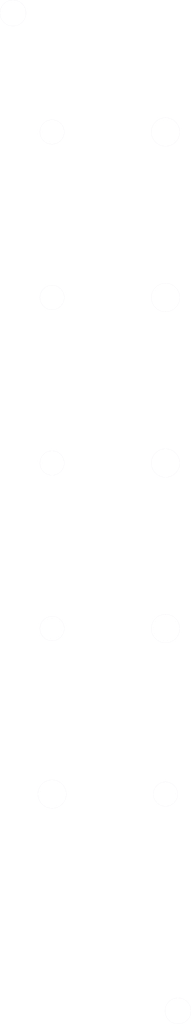
<source format=kicad_pcb>
(kicad_pcb (version 4) (generator "gerbview") (generator_version "8.0")

  (layers 
    (0 F.Cu signal)
    (31 B.Cu signal)
    (32 B.Adhes user)
    (33 F.Adhes user)
    (34 B.Paste user)
    (35 F.Paste user)
    (36 B.SilkS user)
    (37 F.SilkS user)
    (38 B.Mask user)
    (39 F.Mask user)
    (40 Dwgs.User user)
    (41 Cmts.User user)
    (42 Eco1.User user)
    (43 Eco2.User user)
    (44 Edge.Cuts user)
  )

 (via (at 115.57 53.15966) (size 2.99975) (drill 2.99974) (layers F.Cu B.Cu))
 (via (at 115.57 73.47966) (size 2.99975) (drill 2.99974) (layers F.Cu B.Cu))
 (via (at 115.57 93.79966) (size 2.99975) (drill 2.99974) (layers F.Cu B.Cu))
 (via (at 115.57 114.11966) (size 2.99975) (drill 2.99974) (layers F.Cu B.Cu))
 (via (at 129.54 134.43966) (size 2.99975) (drill 2.99974) (layers F.Cu B.Cu))
 (via (at 115.57 134.43966) (size 3.50013) (drill 3.50012) (layers F.Cu B.Cu))
 (via (at 129.54 53.15966) (size 3.50013) (drill 3.50012) (layers F.Cu B.Cu))
 (via (at 129.54 73.47966) (size 3.50013) (drill 3.50012) (layers F.Cu B.Cu))
 (via (at 129.54 93.79966) (size 3.50013) (drill 3.50012) (layers F.Cu B.Cu))
 (via (at 129.54 114.11966) (size 3.50013) (drill 3.50012) (layers F.Cu B.Cu))
 (via (at 110.75924 38.5572) (size 3.20041) (drill 3.2004) (layers F.Cu B.Cu))
 (via (at 131.07924 161.0614) (size 3.20041) (drill 3.2004) (layers F.Cu B.Cu))
)

</source>
